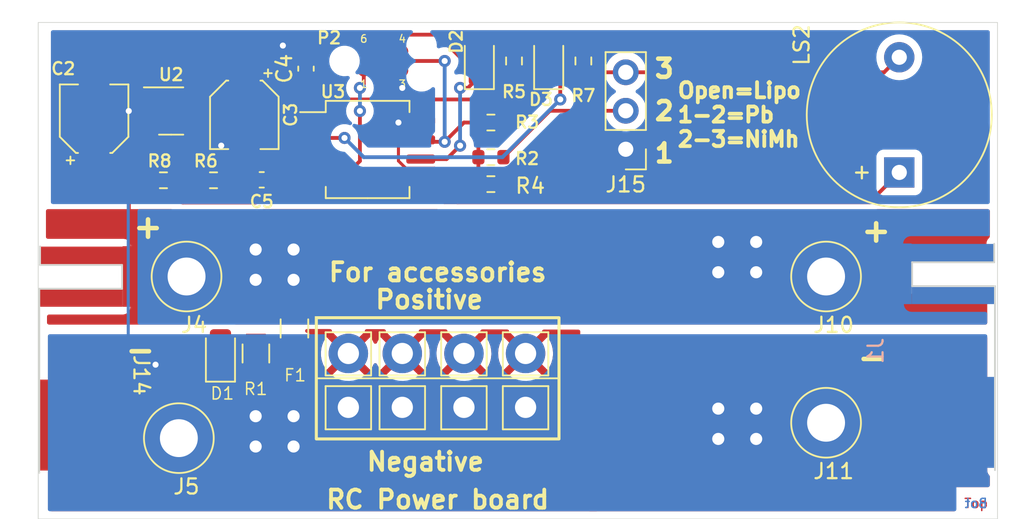
<source format=kicad_pcb>
(kicad_pcb (version 20221018) (generator pcbnew)
  (layers (0 "F.Cu" signal) (31 "B.Cu" signal) (34 "B.Paste" user) (35 "F.Paste" user) (36 "B.SilkS" user "B.Silkscreen") (37 "F.SilkS" user "F.Silkscreen") (38 "B.Mask" user) (39 "F.Mask" user) (44 "Edge.Cuts" user))
  (net 0 "")
  (net 1 "/VBAT+")
  (net 2 "/VBAT-")
  (net 3 "Net-(D1-Pad2)")
  (net 4 "/MICRO_+5V")
  (net 5 "Net-(D2-Pad1)")
  (net 6 "Net-(D2-Pad2)")
  (net 7 "Net-(D3-Pad1)")
  (net 8 "Net-(D3-Pad2)")
  (net 9 "/VBAT_FUSED")
  (net 10 "Net-(J15-Pad2)")
  (net 11 "Net-(P2-Pad1)")
  (net 12 "Net-(P2-Pad4)")
  (net 14 "/Vbat_mon")
  (net 16 "Net-(LS2-Pad1)")
  (footprint "Connector_Pin:Pin_D1.4mm_L8.5mm_W2.8mm_FlatFork" (layer "F.Cu") (at 134.112 86.36)
    (fp_text reference "J2" hide)
    (fp_text value "CONN_01POGOPIN_HOLE_LARGE")
    (fp_line (start -1.5 -1.4) (end -1.5 1.45) (stroke (width 0.12)) (layer "F.SilkS"))
    (fp_line (start -1.5 -1.4) (end 1.5 -1.4) (stroke (width 0.12)) (layer "F.SilkS"))
    (fp_line (start -1.5 1.45) (end 1.5 1.45) (stroke (width 0.12)) (layer "F.SilkS"))
    (fp_line (start 1.5 -1.4) (end 1.5 1.45) (stroke (width 0.12)) (layer "F.SilkS"))
    (pad "1" thru_hole circle (at 0 0) (size 2.6 2.6) (drill 1.4) (layers "*.Cu" "*.Mask") (net 9 "/VBAT_FUSED"))
  )
  (footprint "Connector_Pin:Pin_D1.4mm_L8.5mm_W2.8mm_FlatFork" (layer "F.Cu") (at 137.668 86.36)
    (fp_text reference "J3" hide)
    (fp_text value "CONN_01POGOPIN_HOLE_LARGE")
    (fp_line (start -1.5 -1.4) (end -1.5 1.45) (stroke (width 0.12)) (layer "F.SilkS"))
    (fp_line (start -1.5 -1.4) (end 1.5 -1.4) (stroke (width 0.12)) (layer "F.SilkS"))
    (fp_line (start -1.5 1.45) (end 1.5 1.45) (stroke (width 0.12)) (layer "F.SilkS"))
    (fp_line (start 1.5 -1.4) (end 1.5 1.45) (stroke (width 0.12)) (layer "F.SilkS"))
    (pad "1" thru_hole circle (at 0 0) (size 2.6 2.6) (drill 1.4) (layers "*.Cu" "*.Mask") (net 9 "/VBAT_FUSED"))
  )
  (footprint "TestPoint:TestPoint_Loop_D3.80mm_Drill2.5mm" (layer "F.Cu") (at 123.444 81.28)
    (fp_text reference "J4" (at 0.5 3.2) (layer "F.SilkS"))
    (fp_text value "CONN_01POGOPIN_HOLE_LARGE")
    (fp_circle (center 0 0) (end 2.3 0) (stroke (width 0.12)) (fill none) (layer "F.SilkS"))
    (pad "1" thru_hole circle (at 0 0) (size 4 4) (drill 2.5) (layers "*.Cu" "*.Mask") (net 1 "/VBAT+"))
  )
  (footprint "TestPoint:TestPoint_Loop_D3.80mm_Drill2.5mm" (layer "F.Cu") (at 122.936 91.948)
    (fp_text reference "J5" (at 0.5 3.2) (layer "F.SilkS"))
    (fp_text value "CONN_01POGOPIN_HOLE_LARGE")
    (fp_circle (center 0 0) (end 2.3 0) (stroke (width 0.12)) (fill none) (layer "F.SilkS"))
    (pad "1" thru_hole circle (at 0 0) (size 4 4) (drill 2.5) (layers "*.Cu" "*.Mask") (net 2 "/VBAT-"))
  )
  (footprint "Connector_Pin:Pin_D1.4mm_L8.5mm_W2.8mm_FlatFork" (layer "F.Cu") (at 134.112 89.916)
    (fp_text reference "J6" hide)
    (fp_text value "CONN_01POGOPIN_HOLE_LARGE")
    (fp_line (start -1.5 -1.4) (end -1.5 1.45) (stroke (width 0.12)) (layer "F.SilkS"))
    (fp_line (start -1.5 -1.4) (end 1.5 -1.4) (stroke (width 0.12)) (layer "F.SilkS"))
    (fp_line (start -1.5 1.45) (end 1.5 1.45) (stroke (width 0.12)) (layer "F.SilkS"))
    (fp_line (start 1.5 -1.4) (end 1.5 1.45) (stroke (width 0.12)) (layer "F.SilkS"))
    (pad "1" thru_hole circle (at 0 0) (size 2.6 2.6) (drill 1.4) (layers "*.Cu" "*.Mask") (net 2 "/VBAT-"))
  )
  (footprint "Connector_Pin:Pin_D1.4mm_L8.5mm_W2.8mm_FlatFork" (layer "F.Cu") (at 137.668 89.916)
    (fp_text reference "J7" hide)
    (fp_text value "CONN_01POGOPIN_HOLE_LARGE")
    (fp_line (start -1.5 -1.4) (end -1.5 1.45) (stroke (width 0.12)) (layer "F.SilkS"))
    (fp_line (start -1.5 -1.4) (end 1.5 -1.4) (stroke (width 0.12)) (layer "F.SilkS"))
    (fp_line (start -1.5 1.45) (end 1.5 1.45) (stroke (width 0.12)) (layer "F.SilkS"))
    (fp_line (start 1.5 -1.4) (end 1.5 1.45) (stroke (width 0.12)) (layer "F.SilkS"))
    (pad "1" thru_hole circle (at 0 0) (size 2.6 2.6) (drill 1.4) (layers "*.Cu" "*.Mask") (net 2 "/VBAT-"))
  )
  (footprint "Connector_Pin:Pin_D1.4mm_L8.5mm_W2.8mm_FlatFork" (layer "F.Cu") (at 141.732 86.36)
    (fp_text reference "J8" hide)
    (fp_text value "CONN_01POGOPIN_HOLE_LARGE")
    (fp_line (start -1.5 -1.4) (end -1.5 1.45) (stroke (width 0.12)) (layer "F.SilkS"))
    (fp_line (start -1.5 -1.4) (end 1.5 -1.4) (stroke (width 0.12)) (layer "F.SilkS"))
    (fp_line (start -1.5 1.45) (end 1.5 1.45) (stroke (width 0.12)) (layer "F.SilkS"))
    (fp_line (start 1.5 -1.4) (end 1.5 1.45) (stroke (width 0.12)) (layer "F.SilkS"))
    (pad "1" thru_hole circle (at 0 0) (size 2.6 2.6) (drill 1.4) (layers "*.Cu" "*.Mask") (net 9 "/VBAT_FUSED"))
  )
  (footprint "Connector_Pin:Pin_D1.4mm_L8.5mm_W2.8mm_FlatFork" (layer "F.Cu") (at 145.796 86.36)
    (fp_text reference "J9" hide)
    (fp_text value "CONN_01POGOPIN_HOLE_LARGE")
    (fp_line (start -1.5 -1.4) (end -1.5 1.45) (stroke (width 0.12)) (layer "F.SilkS"))
    (fp_line (start -1.5 -1.4) (end 1.5 -1.4) (stroke (width 0.12)) (layer "F.SilkS"))
    (fp_line (start -1.5 1.45) (end 1.5 1.45) (stroke (width 0.12)) (layer "F.SilkS"))
    (fp_line (start 1.5 -1.4) (end 1.5 1.45) (stroke (width 0.12)) (layer "F.SilkS"))
    (pad "1" thru_hole circle (at 0 0) (size 2.6 2.6) (drill 1.4) (layers "*.Cu" "*.Mask") (net 9 "/VBAT_FUSED"))
  )
  (footprint "TestPoint:TestPoint_Loop_D3.80mm_Drill2.5mm" (layer "F.Cu") (at 165.608 81.28)
    (fp_text reference "J10" (at 0.5 3.2) (layer "F.SilkS"))
    (fp_text value "CONN_01POGOPIN_HOLE_LARGE")
    (fp_circle (center 0 0) (end 2.3 0) (stroke (width 0.12)) (fill none) (layer "F.SilkS"))
    (pad "1" thru_hole circle (at 0 0) (size 4 4) (drill 2.5) (layers "*.Cu" "*.Mask") (net 1 "/VBAT+"))
  )
  (footprint "TestPoint:TestPoint_Loop_D3.80mm_Drill2.5mm" (layer "F.Cu") (at 165.608 90.932)
    (fp_text reference "J11" (at 0.5 3.2) (layer "F.SilkS"))
    (fp_text value "CONN_01POGOPIN_HOLE_LARGE")
    (fp_circle (center 0 0) (end 2.3 0) (stroke (width 0.12)) (fill none) (layer "F.SilkS"))
    (pad "1" thru_hole circle (at 0 0) (size 4 4) (drill 2.5) (layers "*.Cu" "*.Mask") (net 2 "/VBAT-"))
  )
  (footprint "Connector_Pin:Pin_D1.4mm_L8.5mm_W2.8mm_FlatFork" (layer "F.Cu") (at 141.732 89.916)
    (fp_text reference "J12" hide)
    (fp_text value "CONN_01POGOPIN_HOLE_LARGE")
    (fp_line (start -1.5 -1.4) (end -1.5 1.45) (stroke (width 0.12)) (layer "F.SilkS"))
    (fp_line (start -1.5 -1.4) (end 1.5 -1.4) (stroke (width 0.12)) (layer "F.SilkS"))
    (fp_line (start -1.5 1.45) (end 1.5 1.45) (stroke (width 0.12)) (layer "F.SilkS"))
    (fp_line (start 1.5 -1.4) (end 1.5 1.45) (stroke (width 0.12)) (layer "F.SilkS"))
    (pad "1" thru_hole circle (at 0 0) (size 2.6 2.6) (drill 1.4) (layers "*.Cu" "*.Mask") (net 2 "/VBAT-"))
  )
  (footprint "Connector_Pin:Pin_D1.4mm_L8.5mm_W2.8mm_FlatFork" (layer "F.Cu") (at 145.796 89.916)
    (fp_text reference "J13" hide)
    (fp_text value "CONN_01POGOPIN_HOLE_LARGE")
    (fp_line (start -1.5 -1.4) (end -1.5 1.45) (stroke (width 0.12)) (layer "F.SilkS"))
    (fp_line (start -1.5 -1.4) (end 1.5 -1.4) (stroke (width 0.12)) (layer "F.SilkS"))
    (fp_line (start -1.5 1.45) (end 1.5 1.45) (stroke (width 0.12)) (layer "F.SilkS"))
    (fp_line (start 1.5 -1.4) (end 1.5 1.45) (stroke (width 0.12)) (layer "F.SilkS"))
    (pad "1" thru_hole circle (at 0 0) (size 2.6 2.6) (drill 1.4) (layers "*.Cu" "*.Mask") (net 2 "/VBAT-"))
  )
  (footprint "Resistors_SMD:R_0805" (layer "F.Cu") (at 128.016 86.36 90)
    (fp_text reference "R1" (at -2.34 -0.016 180) (layer "F.SilkS") (effects (font (size 0.8 0.8) (thickness 0.1))))
    (fp_text value "2k2")
    (fp_line (start -0.6 -0.88) (end 0.6 -0.88) (stroke (width 0.12)) (layer "F.SilkS"))
    (fp_line (start 0.6 0.88) (end -0.6 0.88) (stroke (width 0.12)) (layer "F.SilkS"))
    (pad "1" smd rect (at -0.95 0 90) (size 0.7 1.3) (layers "F.Cu" "F.Paste" "F.Mask") (net 9 "/VBAT_FUSED"))
    (pad "2" smd rect (at 0.95 0 90) (size 0.7 1.3) (layers "F.Cu" "F.Paste" "F.Mask") (net 3 "Net-(D1-Pad2)"))
  )
  (footprint "LED_SMD:LED_0805_2012Metric_Pad1.15x1.40mm_HandSolder" (layer "F.Cu") (at 147.32 67.056 90)
    (fp_text reference "D3" (at -2.54 -0.508 180) (layer "F.SilkS") (effects (font (size 0.8 0.8))))
    (fp_text value "LED")
    (fp_line (start -1.86 -0.96) (end -1.86 0.96) (stroke (width 0.12)) (layer "F.SilkS"))
    (fp_line (start -1.86 0.96) (end 1 0.96) (stroke (width 0.12)) (layer "F.SilkS"))
    (fp_line (start 1 -0.96) (end -1.86 -0.96) (stroke (width 0.12)) (layer "F.SilkS"))
    (pad "1" smd roundrect (at -1.025 0 90) (size 1.15 1.4) (layers "F.Cu" "F.Paste" "F.Mask") (roundrect_rratio 0.2173913043) (net 7 "Net-(D3-Pad1)"))
    (pad "2" smd roundrect (at 1.025 0 90) (size 1.15 1.4) (layers "F.Cu" "F.Paste" "F.Mask") (roundrect_rratio 0.2173913043) (net 8 "Net-(D3-Pad2)"))
  )
  (footprint "Capacitor_SMD:CP_Elec_4x5.4" (layer "F.Cu") (at 127.254 70.612 -90)
    (fp_text reference "C3" (at 0 -3.048 90) (layer "F.SilkS") (effects (font (size 0.8 0.8))))
    (fp_text value "4.7uF")
    (fp_line (start -3 -1.56) (end -2.5 -1.56) (stroke (width 0.12)) (layer "F.SilkS"))
    (fp_line (start -2.75 -1.81) (end -2.75 -1.31) (stroke (width 0.12)) (layer "F.SilkS"))
    (fp_line (start -2.26 -1.195563) (end -2.26 -1.06) (stroke (width 0.12)) (layer "F.SilkS"))
    (fp_line (start -2.26 -1.195563) (end -1.195563 -2.26) (stroke (width 0.12)) (layer "F.SilkS"))
    (fp_line (start -2.26 1.195563) (end -2.26 1.06) (stroke (width 0.12)) (layer "F.SilkS"))
    (fp_line (start -2.26 1.195563) (end -1.195563 2.26) (stroke (width 0.12)) (layer "F.SilkS"))
    (fp_line (start -1.195563 -2.26) (end 2.26 -2.26) (stroke (width 0.12)) (layer "F.SilkS"))
    (fp_line (start -1.195563 2.26) (end 2.26 2.26) (stroke (width 0.12)) (layer "F.SilkS"))
    (fp_line (start 2.26 -2.26) (end 2.26 -1.06) (stroke (width 0.12)) (layer "F.SilkS"))
    (fp_line (start 2.26 2.26) (end 2.26 1.06) (stroke (width 0.12)) (layer "F.SilkS"))
    (pad "1" smd roundrect (at -1.8 0 270) (size 2.6 1.6) (layers "F.Cu" "F.Paste" "F.Mask") (roundrect_rratio 0.15625) (net 4 "/MICRO_+5V"))
    (pad "2" smd roundrect (at 1.8 0 270) (size 2.6 1.6) (layers "F.Cu" "F.Paste" "F.Mask") (roundrect_rratio 0.15625) (net 2 "/VBAT-"))
  )
  (footprint "Resistor_SMD:R_0603_1608Metric" (layer "F.Cu") (at 121.92 74.93 180)
    (fp_text reference "R8" (at 0.254 1.27) (layer "F.SilkS") (effects (font (size 0.8 0.8))))
    (fp_text value "22K")
    (fp_line (start -0.237258 -0.5225) (end 0.237258 -0.5225) (stroke (width 0.12)) (layer "F.SilkS"))
    (fp_line (start -0.237258 0.5225) (end 0.237258 0.5225) (stroke (width 0.12)) (layer "F.SilkS"))
    (pad "1" smd roundrect (at -0.825 0 180) (size 0.8 0.95) (layers "F.Cu" "F.Paste" "F.Mask") (net 14 "/Vbat_mon"))
    (pad "2" smd roundrect (at 0.825 0 180) (size 0.8 0.95) (layers "F.Cu" "F.Paste" "F.Mask") (net 1 "/VBAT+"))
  )
  (footprint "Capacitor_SMD:C_0603_1608Metric" (layer "F.Cu") (at 131.318 67.564 90)
    (fp_text reference "C4" (at 0 -1.43 90) (layer "F.SilkS"))
    (fp_text value "100n")
    (fp_line (start -0.14058 -0.51) (end 0.14058 -0.51) (stroke (width 0.12)) (layer "F.SilkS"))
    (fp_line (start -0.14058 0.51) (end 0.14058 0.51) (stroke (width 0.12)) (layer "F.SilkS"))
    (pad "1" smd roundrect (at -0.775 0 90) (size 0.9 0.95) (layers "F.Cu" "F.Paste" "F.Mask") (net 4 "/MICRO_+5V"))
    (pad "2" smd roundrect (at 0.775 0 90) (size 0.9 0.95) (layers "F.Cu" "F.Paste" "F.Mask") (net 2 "/VBAT-"))
  )
  (footprint "Resistor_SMD:R_0603_1608Metric" (layer "F.Cu") (at 143.51 71.12)
    (fp_text reference "R3" (at 2.39 -0.02) (layer "F.SilkS") (effects (font (size 0.8 0.8))))
    (fp_text value "10K")
    (fp_line (start -0.237258 -0.5225) (end 0.237258 -0.5225) (stroke (width 0.12)) (layer "F.SilkS"))
    (fp_line (start -0.237258 0.5225) (end 0.237258 0.5225) (stroke (width 0.12)) (layer "F.SilkS"))
    (pad "1" smd roundrect (at -0.825 0) (size 0.8 0.95) (layers "F.Cu" "F.Paste" "F.Mask") (net 12 "Net-(P2-Pad4)"))
    (pad "2" smd roundrect (at 0.825 0) (size 0.8 0.95) (layers "F.Cu" "F.Paste" "F.Mask") (net 4 "/MICRO_+5V"))
  )
  (footprint "LED_SMD:LED_0805_2012Metric_Pad1.15x1.40mm_HandSolder" (layer "F.Cu") (at 142.748 67.056 90)
    (fp_text reference "D2" (at 1.27 -1.524 90) (layer "F.SilkS") (effects (font (size 0.8 0.8))))
    (fp_text value "LED")
    (fp_line (start -1.86 -0.96) (end -1.86 0.96) (stroke (width 0.12)) (layer "F.SilkS"))
    (fp_line (start -1.86 0.96) (end 1 0.96) (stroke (width 0.12)) (layer "F.SilkS"))
    (fp_line (start 1 -0.96) (end -1.86 -0.96) (stroke (width 0.12)) (layer "F.SilkS"))
    (pad "1" smd roundrect (at -1.025 0 90) (size 1.15 1.4) (layers "F.Cu" "F.Paste" "F.Mask") (roundrect_rratio 0.2173913043) (net 5 "Net-(D2-Pad1)"))
    (pad "2" smd roundrect (at 1.025 0 90) (size 1.15 1.4) (layers "F.Cu" "F.Paste" "F.Mask") (roundrect_rratio 0.2173913043) (net 6 "Net-(D2-Pad2)"))
  )
  (footprint "Resistor_SMD:R_0603_1608Metric" (layer "F.Cu") (at 149.606 67.056 90)
    (fp_text reference "R7" (at -2.286 0 180) (layer "F.SilkS") (effects (font (size 0.8 0.8))))
    (fp_text value "2k2")
    (fp_line (start -0.237258 -0.5225) (end 0.237258 -0.5225) (stroke (width 0.12)) (layer "F.SilkS"))
    (fp_line (start -0.237258 0.5225) (end 0.237258 0.5225) (stroke (width 0.12)) (layer "F.SilkS"))
    (pad "1" smd roundrect (at -0.825 0 90) (size 0.8 0.95) (layers "F.Cu" "F.Paste" "F.Mask") (net 4 "/MICRO_+5V"))
    (pad "2" smd roundrect (at 0.825 0 90) (size 0.8 0.95) (layers "F.Cu" "F.Paste" "F.Mask") (net 8 "Net-(D3-Pad2)"))
  )
  (footprint "Resistor_SMD:R_0603_1608Metric" (layer "F.Cu") (at 143.51 75.184 180)
    (fp_text reference "R4" (at -2.59 -0.116) (layer "F.SilkS"))
    (fp_text value "10K")
    (fp_line (start -0.237258 -0.5225) (end 0.237258 -0.5225) (stroke (width 0.12)) (layer "F.SilkS"))
    (fp_line (start -0.237258 0.5225) (end 0.237258 0.5225) (stroke (width 0.12)) (layer "F.SilkS"))
    (pad "1" smd roundrect (at -0.825 0 180) (size 0.8 0.95) (layers "F.Cu" "F.Paste" "F.Mask") (net 2 "/VBAT-"))
    (pad "2" smd roundrect (at 0.825 0 180) (size 0.8 0.95) (layers "F.Cu" "F.Paste" "F.Mask") (net 12 "Net-(P2-Pad4)"))
  )
  (footprint "Capacitor_SMD:CP_Elec_4x5.4" (layer "F.Cu") (at 117.348 70.866 90)
    (fp_text reference "C2" (at 3.302 -2.032 180) (layer "F.SilkS") (effects (font (size 0.8 0.8))))
    (fp_text value "1uF")
    (fp_line (start -3 -1.56) (end -2.5 -1.56) (stroke (width 0.12)) (layer "F.SilkS"))
    (fp_line (start -2.75 -1.81) (end -2.75 -1.31) (stroke (width 0.12)) (layer "F.SilkS"))
    (fp_line (start -2.26 -1.195563) (end -2.26 -1.06) (stroke (width 0.12)) (layer "F.SilkS"))
    (fp_line (start -2.26 -1.195563) (end -1.195563 -2.26) (stroke (width 0.12)) (layer "F.SilkS"))
    (fp_line (start -2.26 1.195563) (end -2.26 1.06) (stroke (width 0.12)) (layer "F.SilkS"))
    (fp_line (start -2.26 1.195563) (end -1.195563 2.26) (stroke (width 0.12)) (layer "F.SilkS"))
    (fp_line (start -1.195563 -2.26) (end 2.26 -2.26) (stroke (width 0.12)) (layer "F.SilkS"))
    (fp_line (start -1.195563 2.26) (end 2.26 2.26) (stroke (width 0.12)) (layer "F.SilkS"))
    (fp_line (start 2.26 -2.26) (end 2.26 -1.06) (stroke (width 0.12)) (layer "F.SilkS"))
    (fp_line (start 2.26 2.26) (end 2.26 1.06) (stroke (width 0.12)) (layer "F.SilkS"))
    (pad "1" smd roundrect (at -1.8 0 90) (size 2.6 1.6) (layers "F.Cu" "F.Paste" "F.Mask") (roundrect_rratio 0.15625) (net 1 "/VBAT+"))
    (pad "2" smd roundrect (at 1.8 0 90) (size 2.6 1.6) (layers "F.Cu" "F.Paste" "F.Mask") (roundrect_rratio 0.15625) (net 2 "/VBAT-"))
  )
  (footprint "Package_SO:SO-8_5.3x6.2mm_P1.27mm" (layer "F.Cu") (at 135.382 72.898)
    (fp_text reference "U3" (at -2.286 -3.81) (layer "F.SilkS") (effects (font (size 0.8 0.8))))
    (fp_text value "PIC12F683-ISN")
    (fp_line (start -2.76 -3.21) (end -2.76 -2.465) (stroke (width 0.12)) (layer "F.SilkS"))
    (fp_line (start -2.76 -2.465) (end -4.45 -2.465) (stroke (width 0.12)) (layer "F.SilkS"))
    (fp_line (start -2.76 3.21) (end -2.76 2.465) (stroke (width 0.12)) (layer "F.SilkS"))
    (fp_line (start 0 -3.21) (end -2.76 -3.21) (stroke (width 0.12)) (layer "F.SilkS"))
    (fp_line (start 0 -3.21) (end 2.76 -3.21) (stroke (width 0.12)) (layer "F.SilkS"))
    (fp_line (start 0 3.21) (end -2.76 3.21) (stroke (width 0.12)) (layer "F.SilkS"))
    (fp_line (start 0 3.21) (end 2.76 3.21) (stroke (width 0.12)) (layer "F.SilkS"))
    (fp_line (start 2.76 -3.21) (end 2.76 -2.465) (stroke (width 0.12)) (layer "F.SilkS"))
    (fp_line (start 2.76 3.21) (end 2.76 2.465) (stroke (width 0.12)) (layer "F.SilkS"))
    (pad "1" smd roundrect (at -3.5 -1.905) (size 1.9 0.6) (layers "F.Cu" "F.Paste" "F.Mask") (net 4 "/MICRO_+5V"))
    (pad "2" smd roundrect (at -3.5 -0.635) (size 1.9 0.6) (layers "F.Cu" "F.Paste" "F.Mask") (net 7 "Net-(D3-Pad1)"))
    (pad "3" smd roundrect (at -3.5 0.635) (size 1.9 0.6) (layers "F.Cu" "F.Paste" "F.Mask") (net 14 "/Vbat_mon"))
    (pad "4" smd roundrect (at -3.5 1.905) (size 1.9 0.6) (layers "F.Cu" "F.Paste" "F.Mask") (net 11 "Net-(P2-Pad1)"))
    (pad "5" smd roundrect (at 3.5 1.905) (size 1.9 0.6) (layers "F.Cu" "F.Paste" "F.Mask") (net 16 "Net-(LS2-Pad1)"))
    (pad "6" smd roundrect (at 3.5 0.635) (size 1.9 0.6) (layers "F.Cu" "F.Paste" "F.Mask") (net 5 "Net-(D2-Pad1)"))
    (pad "7" smd roundrect (at 3.5 -0.635) (size 1.9 0.6) (layers "F.Cu" "F.Paste" "F.Mask") (net 12 "Net-(P2-Pad4)"))
    (pad "8" smd roundrect (at 3.5 -1.905) (size 1.9 0.6) (layers "F.Cu" "F.Paste" "F.Mask") (net 2 "/VBAT-"))
  )
  (footprint "Resistor_SMD:R_0603_1608Metric" (layer "F.Cu") (at 145.034 67.056 90)
    (fp_text reference "R5" (at -2.032 0 180) (layer "F.SilkS") (effects (font (size 0.8 0.8))))
    (fp_text value "2k2")
    (fp_line (start -0.237258 -0.5225) (end 0.237258 -0.5225) (stroke (width 0.12)) (layer "F.SilkS"))
    (fp_line (start -0.237258 0.5225) (end 0.237258 0.5225) (stroke (width 0.12)) (layer "F.SilkS"))
    (pad "1" smd roundrect (at -0.825 0 90) (size 0.8 0.95) (layers "F.Cu" "F.Paste" "F.Mask") (net 4 "/MICRO_+5V"))
    (pad "2" smd roundrect (at 0.825 0 90) (size 0.8 0.95) (layers "F.Cu" "F.Paste" "F.Mask") (net 6 "Net-(D2-Pad2)"))
  )
  (footprint "LED_SMD:LED_0805_2012Metric_Pad1.15x1.40mm_HandSolder" (layer "F.Cu") (at 125.6792 86.36 90)
    (fp_text reference "D1" (at -2.64 0.1208 180) (layer "F.SilkS") (effects (font (size 0.8 0.8) (thickness 0.1))))
    (fp_text value "LED")
    (fp_line (start -1.86 -0.96) (end -1.86 0.96) (stroke (width 0.12)) (layer "F.SilkS"))
    (fp_line (start -1.86 0.96) (end 1 0.96) (stroke (width 0.12)) (layer "F.SilkS"))
    (fp_line (start 1 -0.96) (end -1.86 -0.96) (stroke (width 0.12)) (layer "F.SilkS"))
    (pad "1" smd roundrect (at -1.025 0 90) (size 1.15 1.4) (layers "F.Cu" "F.Paste" "F.Mask") (roundrect_rratio 0.2173913043) (net 2 "/VBAT-"))
    (pad "2" smd roundrect (at 1.025 0 90) (size 1.15 1.4) (layers "F.Cu" "F.Paste" "F.Mask") (roundrect_rratio 0.2173913043) (net 3 "Net-(D1-Pad2)"))
  )
  (footprint "Misc:TC2030-IDC-NL" (layer "F.Cu") (at 136.398 67.056)
    (fp_text reference "P2" (at -3.556 -1.524) (layer "F.SilkS") (effects (font (size 0.8 0.8))))
    (fp_text value "TC2030-MCP")
    (fp_text user "4" (at 1.27 -1.4605) (layer "F.SilkS") (effects (font (size 0.5 0.5) (thickness 0.08))))
    (fp_text user "6" (at -1.27 -1.4605) (layer "F.SilkS") (effects (font (size 0.5 0.5) (thickness 0.08))))
    (fp_text user "1" (at -1.27 1.524) (layer "F.SilkS") (effects (font (size 0.5 0.5) (thickness 0.08))))
    (fp_text user "3" (at 1.27 1.524) (layer "F.SilkS") (effects (font (size 0.5 0.5) (thickness 0.08))))
    (pad "" np_thru_hole circle (at -2.54 0) (size 0.991 0.991) (drill 0.991) (layers "*.Cu" "*.Mask"))
    (pad "" np_thru_hole circle (at 2.54 -1.015) (size 0.991 0.991) (drill 0.991) (layers "*.Cu" "*.Mask"))
    (pad "" np_thru_hole circle (at 2.54 1.015) (size 0.991 0.991) (drill 0.991) (layers "*.Cu" "*.Mask"))
    (pad "1" smd circle (at -1.27 0.635) (size 0.787 0.787) (layers "F.Cu" "F.Mask") (net 11 "Net-(P2-Pad1)"))
    (pad "2" smd circle (at 0 0.635) (size 0.787 0.787) (layers "F.Cu" "F.Mask") (net 4 "/MICRO_+5V"))
    (pad "3" smd circle (at 1.27 0.635) (size 0.787 0.787) (layers "F.Cu" "F.Mask") (net 2 "/VBAT-"))
    (pad "4" smd circle (at 1.27 -0.635) (size 0.787 0.787) (layers "F.Cu" "F.Mask") (net 12 "Net-(P2-Pad4)"))
    (pad "5" smd circle (at 0 -0.635) (size 0.787 0.787) (layers "F.Cu" "F.Mask") (net 5 "Net-(D2-Pad1)"))
    (pad "6" smd circle (at -1.27 -0.635) (size 0.787 0.787) (layers "F.Cu" "F.Mask"))
  )
  (footprint "Capacitor_SMD:C_0603_1608Metric" (layer "F.Cu") (at 128.4 74.9 180)
    (fp_text reference "C5" (at 0 -1.43) (layer "F.SilkS") (effects (font (size 0.8 0.8))))
    (fp_text value "100p")
    (fp_line (start -0.14058 -0.51) (end 0.14058 -0.51) (stroke (width 0.12)) (layer "F.SilkS"))
    (fp_line (start -0.14058 0.51) (end 0.14058 0.51) (stroke (width 0.12)) (layer "F.SilkS"))
    (pad "1" smd roundrect (at -0.775 0 180) (size 0.9 0.95) (layers "F.Cu" "F.Paste" "F.Mask") (net 14 "/Vbat_mon"))
    (pad "2" smd roundrect (at 0.775 0 180) (size 0.9 0.95) (layers "F.Cu" "F.Paste" "F.Mask") (net 2 "/VBAT-"))
  )
  (footprint "Resistor_SMD:R_0603_1608Metric" (layer "F.Cu") (at 143.51 73.406)
    (fp_text reference "R2" (at 2.39 0.094) (layer "F.SilkS") (effects (font (size 0.8 0.8))))
    (fp_text value "1K")
    (fp_line (start -0.237258 -0.5225) (end 0.237258 -0.5225) (stroke (width 0.12)) (layer "F.SilkS"))
    (fp_line (start -0.237258 0.5225) (end 0.237258 0.5225) (stroke (width 0.12)) (layer "F.SilkS"))
    (pad "1" smd roundrect (at -0.825 0) (size 0.8 0.95) (layers "F.Cu" "F.Paste" "F.Mask") (net 12 "Net-(P2-Pad4)"))
    (pad "2" smd roundrect (at 0.825 0) (size 0.8 0.95) (layers "F.Cu" "F.Paste" "F.Mask") (net 10 "Net-(J15-Pad2)"))
  )
  (footprint "Package_TO_SOT_SMD:SOT-23-5" (layer "F.Cu") (at 122.428 70.358)
    (fp_text reference "U2" (at 0 -2.4) (layer "F.SilkS") (effects (font (size 0.8 0.8))))
    (fp_text value "MIC5205-5.0YM5")
    (fp_line (start 0 -1.56) (end -1.8 -1.56) (stroke (width 0.12)) (layer "F.SilkS"))
    (fp_line (start 0 -1.56) (end 0.8 -1.56) (stroke (width 0.12)) (layer "F.SilkS"))
    (fp_line (start 0 1.56) (end -0.8 1.56) (stroke (width 0.12)) (layer "F.SilkS"))
    (fp_line (start 0 1.56) (end 0.8 1.56) (stroke (width 0.12)) (layer "F.SilkS"))
    (pad "1" smd roundrect (at -1.1375 -0.95) (size 1.325 0.6) (layers "F.Cu" "F.Paste" "F.Mask") (net 1 "/VBAT+"))
    (pad "2" smd roundrect (at -1.1375 0) (size 1.325 0.6) (layers "F.Cu" "F.Paste" "F.Mask") (net 2 "/VBAT-"))
    (pad "3" smd roundrect (at -1.1375 0.95) (size 1.325 0.6) (layers "F.Cu" "F.Paste" "F.Mask") (net 1 "/VBAT+"))
    (pad "4" smd roundrect (at 1.1375 0.95) (size 1.325 0.6) (layers "F.Cu" "F.Paste" "F.Mask"))
    (pad "5" smd roundrect (at 1.1375 -0.95) (size 1.325 0.6) (layers "F.Cu" "F.Paste" "F.Mask") (net 4 "/MICRO_+5V"))
  )
  (footprint "Resistor_SMD:R_0603_1608Metric" (layer "F.Cu") (at 125.222 74.93 180)
    (fp_text reference "R6" (at 0.508 1.27) (layer "F.SilkS") (effects (font (size 0.8 0.8))))
    (fp_text value "10K")
    (fp_line (start -0.237258 -0.5225) (end 0.237258 -0.5225) (stroke (width 0.12)) (layer "F.SilkS"))
    (fp_line (start -0.237258 0.5225) (end 0.237258 0.5225) (stroke (width 0.12)) (layer "F.SilkS"))
    (pad "1" smd roundrect (at -0.825 0 180) (size 0.8 0.95) (layers "F.Cu" "F.Paste" "F.Mask") (net 2 "/VBAT-"))
    (pad "2" smd roundrect (at 0.825 0 180) (size 0.8 0.95) (layers "F.Cu" "F.Paste" "F.Mask") (net 14 "/Vbat_mon"))
  )
  (footprint "Connector_PinHeader_2.54mm:PinHeader_1x03_P2.54mm_Vertical" (layer "F.Cu") (at 152.4 72.883 180)
    (fp_text reference "J15" (at 0 -2.33 180) (layer "F.SilkS"))
    (fp_text value "CONN_03")
    (fp_line (start -1.33 -1.33) (end 0 -1.33) (stroke (width 0.12)) (layer "F.SilkS"))
    (fp_line (start -1.33 0) (end -1.33 -1.33) (stroke (width 0.12)) (layer "F.SilkS"))
    (fp_line (start -1.33 1.27) (end -1.33 6.41) (stroke (width 0.12)) (layer "F.SilkS"))
    (fp_line (start -1.33 1.27) (end 1.33 1.27) (stroke (width 0.12)) (layer "F.SilkS"))
    (fp_line (start -1.33 6.41) (end 1.33 6.41) (stroke (width 0.12)) (layer "F.SilkS"))
    (fp_line (start 1.33 1.27) (end 1.33 6.41) (stroke (width 0.12)) (layer "F.SilkS"))
    (pad "1" thru_hole rect (at 0 0 180) (size 1.7 1.7) (drill 1) (layers "*.Cu" "*.Mask") (net 2 "/VBAT-"))
    (pad "2" thru_hole oval (at 0 2.54 180) (size 1.7 1.7) (drill 1) (layers "*.Cu" "*.Mask") (net 10 "Net-(J15-Pad2)"))
    (pad "3" thru_hole oval (at 0 5.08 180) (size 1.7 1.7) (drill 1) (layers "*.Cu" "*.Mask") (net 4 "/MICRO_+5V"))
  )
  (footprint "Fuse:Fuse_1206_3216Metric" (layer "F.Cu") (at 130.556 84.709 90)
    (fp_text reference "F1" (at -3.091 0.044 180) (layer "F.SilkS") (effects (font (size 0.8 0.8) (thickness 0.1))))
    (fp_text value "3.15A")
    (fp_line (start -0.602064 -0.91) (end 0.602064 -0.91) (stroke (width 0.12)) (layer "F.SilkS"))
    (fp_line (start -0.602064 0.91) (end 0.602064 0.91) (stroke (width 0.12)) (layer "F.SilkS"))
    (pad "1" smd roundrect (at -1.4 0 90) (size 1.25 1.75) (layers "F.Cu" "F.Paste" "F.Mask") (roundrect_rratio 0.2) (net 9 "/VBAT_FUSED"))
    (pad "2" smd roundrect (at 1.4 0 90) (size 1.25 1.75) (layers "F.Cu" "F.Paste" "F.Mask") (roundrect_rratio 0.2) (net 1 "/VBAT+"))
  )
  (footprint "Misc:Deans_PCB" (layer "F.Cu") (at 121.1 86.36 -90)
    (fp_text reference "J14" (at 1.44 0.636 -90 unlocked) (layer "F.SilkS"))
    (fp_text value "BATTERY_CONN_DEANS")
    (fp_line (start -7.0612 7.3152) (end -5.842 7.3152) (stroke (width 0.12)) (layer "Edge.Cuts"))
    (fp_line (start -5.842 1.905) (end -4.2672 1.905) (stroke (width 0.12)) (layer "Edge.Cuts"))
    (fp_line (start -5.842 7.3152) (end -5.842 1.905) (stroke (width 0.12)) (layer "Edge.Cuts"))
    (fp_line (start -4.2672 1.905) (end -4.2672 7.366) (stroke (width 0.12)) (layer "Edge.Cuts"))
    (fp_line (start -4.2672 7.366) (end -3.0988 7.366) (stroke (width 0.12)) (layer "Edge.Cuts"))
    (fp_line (start -3.0988 7.366) (end 7.874 7.366) (stroke (width 0.12)) (layer "Edge.Cuts"))
    (pad "+" smd custom (at -5.08 1.27 270) (size 4 1.2) (layers "F.Cu" "F.Paste" "F.Mask") (net 1 "/VBAT+") (options (clearance outline) (anchor rect)) (primitives))
    (pad "+A" connect custom (at -6.4516 4.572 270) (size 1.2 5.5) (layers "F.Cu" "F.Mask") (options (clearance outline) (anchor rect)) (primitives))
    (pad "+B" connect custom (at -3.683 4.6228 270) (size 1.2 5.5) (layers "F.Cu" "F.Mask") (options (clearance outline) (anchor rect)) (primitives))
    (pad "-" connect rect (at 4.7244 4.8514 270) (size 6 5) (layers "F.Cu" "F.Mask") (net 2 "/VBAT-"))
  )
  (footprint "Buzzer_Beeper:Buzzer_12x9.5RM7.6" (layer "F.Cu") (at 170.434 74.412 90)
    (fp_text reference "LS2" (at 8.412 -6.434 90) (layer "F.SilkS"))
    (fp_text value "BUZZER-PTH")
    (fp_text user "+" (at -0.01 -2.54 90) (layer "F.SilkS"))
    (fp_circle (center 3.8 0) (end 9.9 0) (stroke (width 0.12)) (fill none) (layer "F.SilkS"))
    (pad "1" thru_hole rect (at 0 0 90) (size 2 2) (drill 1) (layers "*.Cu" "*.Mask") (net 16 "Net-(LS2-Pad1)"))
    (pad "2" thru_hole circle (at 7.6 0 90) (size 2 2) (drill 1) (layers "*.Cu" "*.Mask") (net 4 "/MICRO_+5V"))
  )
  (footprint "Misc:Deans_PCB" (layer "B.Cu") (at 169.3772 86.183 -90)
    (fp_text reference "J1" (at 0 0.5 90 unlocked) (layer "B.SilkS") (effects (justify mirror)))
    (fp_text value "BATTERY_CONN_DEANS")
    (fp_line (start -7.0612 -7.3152) (end -5.842 -7.3152) (stroke (width 0.12)) (layer "Edge.Cuts"))
    (fp_line (start -5.842 -7.3152) (end -5.842 -1.905) (stroke (width 0.12)) (layer "Edge.Cuts"))
    (fp_line (start -5.842 -1.905) (end -4.2672 -1.905) (stroke (width 0.12)) (layer "Edge.Cuts"))
    (fp_line (start -4.2672 -7.366) (end -3.0988 -7.366) (stroke (width 0.12)) (layer "Edge.Cuts"))
    (fp_line (start -4.2672 -1.905) (end -4.2672 -7.366) (stroke (width 0.12)) (layer "Edge.Cuts"))
    (fp_line (start -3.0988 -7.366) (end 7.874 -7.366) (stroke (width 0.12)) (layer "Edge.Cuts"))
    (pad "+" smd custom (at -5.08 -1.27 270) (size 4 1.2) (layers "B.Cu" "B.Paste" "B.Mask") (net 1 "/VBAT+") (options (clearance outline) (anchor rect)) (primitives))
    (pad "+A" smd custom (at -6.4516 -4.572 270) (size 1.2 5.5) (layers "B.Cu" "B.Paste" "B.Mask") (options (clearance outline) (anchor rect)) (primitives))
    (pad "+B" smd custom (at -3.683 -4.6228 270) (size 1.2 5.5) (layers "B.Cu" "B.Paste" "B.Mask") (options (clearance outline) (anchor rect)) (primitives))
    (pad "-" connect rect (at 4.7244 -4.8514 270) (size 6 5) (layers "B.Cu" "B.Mask") (net 2 "/VBAT-"))
  )
  (gr_rect (start 148 92) (end 148 92) (stroke (width 0.12)) (fill none) (layer "F.SilkS"))
  (gr_rect (start 132 84) (end 148 92) (stroke (width 0.2)) (fill none) (layer "F.SilkS"))
  (gr_line (start 132 88) (end 148 88) (stroke (width 0.12)) (layer "F.SilkS"))
  (gr_rect (start 113.665 64.516) (end 176.911 97.282) (stroke (width 0.05)) (fill none) (layer "Edge.Cuts"))
  (gr_text "Top" (at 175.5 96.25) (layer "F.Cu") (effects (font (size 0.6 0.6) (thickness 0.1))))
  (gr_text "Bot" (at 175.5 96.25) (layer "B.Cu") (effects (font (size 0.6 0.6) (thickness 0.1)) (justify mirror)))
  (gr_text "+" (at 120.904 77.978) (layer "F.SilkS") (effects (font (size 1.5 1.5) (thickness 0.3))))
  (gr_text "RC Power board" (at 140 96) (layer "F.SilkS") (effects (font (size 1.2 1.2) (thickness 0.25))))
  (gr_text "3" (at 154.94 67.564) (layer "F.SilkS") (effects (font (size 1.2 1.2) (thickness 0.3))))
  (gr_text "1" (at 154.94 73.152) (layer "F.SilkS") (effects (font (size 1.2 1.2) (thickness 0.3))))
  (gr_text "2" (at 154.94 70.358) (layer "F.SilkS") (effects (font (size 1.2 1.2) (thickness 0.3))))
  (gr_text "Negative" (at 139.192 93.5) (layer "F.SilkS") (effects (font (size 1.2 1.2) (thickness 0.25))))
  (gr_text "Positive" (at 139.446 82.804) (layer "F.SilkS") (effects (font (size 1.2 1.2) (thickness 0.25))))
  (gr_text "For accessories" (at 140 81) (layer "F.SilkS") (effects (font (size 1.2 1.2) (thickness 0.25))))
  (gr_text "+" (at 168.91 78.232) (layer "F.SilkS") (effects (font (size 1.5 1.5) (thickness 0.3))))
  (gr_text "-" (at 120.396 86.106) (layer "F.SilkS") (effects (font (size 1.5 1.5) (thickness 0.3))))
  (gr_text "Open=Lipo\n1-2=Pb\n2-3=NiMh" (at 155.702 70.612) (layer "F.SilkS") (effects (font (size 1 1) (thickness 0.25)) (justify left)))
  (gr_text "-" (at 168.656 86.614) (layer "F.SilkS") (effects (font (size 1.5 1.5) (thickness 0.3))))
  (segment (start 121.041 74.984) (end 121.095 74.93) (width 0.2) (layer "F.Cu") (net 1))
  (segment (start 119.3485 67.466) (end 116.570183 67.466) (width 0.2) (layer "F.Cu") (net 1))
  (segment (start 116.570183 67.466) (end 116.248 67.788183) (width 0.2) (layer "F.Cu") (net 1))
  (segment (start 119.666 74.984) (end 117.348 72.666) (width 0.2) (layer "F.Cu") (net 1))
  (segment (start 122.253 69.959376) (end 122.253 71.041) (width 0.2) (layer "F.Cu") (net 1))
  (segment (start 121.986 71.308) (end 121.2905 71.308) (width 0.2) (layer "F.Cu") (net 1))
  (segment (start 119.666 81.28) (end 119.666 74.984) (width 0.2) (layer "F.Cu") (net 1))
  (segment (start 116.248 71.566) (end 117.348 72.666) (width 0.2) (layer "F.Cu") (net 1))
  (segment (start 121.701624 69.408) (end 122.253 69.959376) (width 0.2) (layer "F.Cu") (net 1))
  (segment (start 119.666 74.984) (end 121.041 74.984) (width 0.2) (layer "F.Cu") (net 1))
  (segment (start 121.2905 69.408) (end 121.701624 69.408) (width 0.2) (layer "F.Cu") (net 1))
  (segment (start 122.253 71.041) (end 121.986 71.308) (width 0.2) (layer "F.Cu") (net 1))
  (segment (start 116.248 67.788183) (end 116.248 71.566) (width 0.2) (layer "F.Cu") (net 1))
  (segment (start 121.2905 69.408) (end 119.3485 67.466) (width 0.2) (layer "F.Cu") (net 1))
  (via (at 128 79.5) (size 1.2) (drill 0.8) (layers "F.Cu" "B.Cu") (net 1))
  (via (at 130.5 81.5) (size 1.2) (drill 0.8) (layers "F.Cu" "B.Cu") (net 1))
  (via (at 130.5 79.5) (size 1.2) (drill 0.8) (layers "F.Cu" "B.Cu") (net 1))
  (via (at 158.5 79) (size 1.2) (drill 0.8) (layers "F.Cu" "B.Cu") (net 1))
  (via (at 161 79) (size 1.2) (drill 0.8) (layers "F.Cu" "B.Cu") (net 1))
  (via (at 128 81.5) (size 1.2) (drill 0.8) (layers "F.Cu" "B.Cu") (net 1))
  (via (at 161 81) (size 1.2) (drill 0.8) (layers "F.Cu" "B.Cu") (net 1))
  (via (at 158.5 81) (size 1.2) (drill 0.8) (layers "F.Cu" "B.Cu") (net 1))
  (segment (start 137.414 73.651396) (end 137.414 71.12) (width 0.2) (layer "F.Cu") (net 2))
  (segment (start 124.968 88.0962) (end 124.968 89.916) (width 0.2) (layer "F.Cu") (net 2))
  (segment (start 125.6792 87.385) (end 124.968 88.0962) (width 0.2) (layer "F.Cu") (net 2))
  (segment (start 130.368 66.614) (end 131.318 66.614) (width 0.2) (layer "F.Cu") (net 2))
  (segment (start 126.047 74.93) (end 126.047 72.961) (width 0.2) (layer "F.Cu") (net 2))
  (segment (start 125.4942 87.2) (end 125.3942 87.1) (width 0.2) (layer "F.Cu") (net 2))
  (segment (start 141.491 75.959) (end 141.491 75.825604) (width 0.2) (layer "F.Cu") (net 2))
  (segment (start 126.077 74.9) (end 126.047 74.93) (width 0.2) (layer "F.Cu") (net 2))
  (segment (start 137.541 70.993) (end 138.882 70.993) (width 0.2) (layer "F.Cu") (net 2))
  (segment (start 124.968 89.916) (end 122.936 91.948) (width 0.2) (layer "F.Cu") (net 2))
  (segment (start 137.668 67.691) (end 137.668 68.834) (width 0.2) (layer "F.Cu") (net 2))
  (segment (start 119.634 70.358) (end 118.64 70.358) (width 0.2) (layer "F.Cu") (net 2))
  (segment (start 137.895604 74.133) (end 137.414 73.651396) (width 0.2) (layer "F.Cu") (net 2))
  (segment (start 127.022 72.644) (end 125.73 72.644) (width 0.2) (layer "F.Cu") (net 2))
  (segment (start 125.3942 87.1) (end 121.4 87.1) (width 0.2) (layer "F.Cu") (net 2))
  (segment (start 126.047 72.961) (end 125.73 72.644) (width 0.2) (layer "F.Cu") (net 2))
  (segment (start 127.625 74.9) (end 126.077 74.9) (width 0.2) (layer "F.Cu") (net 2))
  (segment (start 137.414 71.12) (end 137.541 70.993) (width 0.2) (layer "F.Cu") (net 2))
  (segment (start 121.2905 70.358) (end 119.634 70.358) (width 0.2) (layer "F.Cu") (net 2))
  (segment (start 141.491 75.825604) (end 139.798396 74.133) (width 0.2) (layer "F.Cu") (net 2))
  (segment (start 139.798396 74.133) (end 137.895604 74.133) (width 0.2) (layer "F.Cu") (net 2))
  (segment (start 118.64 70.358) (end 117.348 69.066) (width 0.2) (layer "F.Cu") (net 2))
  (segment (start 143.56 75.959) (end 141.491 75.959) (width 0.2) (layer "F.Cu") (net 2))
  (segment (start 144.335 75.184) (end 143.56 75.959) (width 0.2) (layer "F.Cu") (net 2))
  (segment (start 130.368 66.614) (end 129.794 66.04) (width 0.2) (layer "F.Cu") (net 2))
  (segment (start 127.254 72.412) (end 127.022 72.644) (width 0.2) (layer "F.Cu") (net 2))
  (segment (start 125.6792 87.385) (end 125.4942 87.2) (width 0.2) (layer "F.Cu") (net 2))
  (via (at 128 90.5) (size 1.2) (drill 0.8) (layers "F.Cu" "B.Cu") (net 2))
  (via (at 119.634 70.358) (size 0.8) (drill 0.4) (layers "F.Cu" "B.Cu") (net 2))
  (via (at 161 92) (size 1.2) (drill 0.8) (layers "F.Cu" "B.Cu") (net 2))
  (via (at 129.794 66.04) (size 0.8) (drill 0.4) (layers "F.Cu" "B.Cu") (net 2))
  (via (at 121.4 87.1) (size 0.8) (drill 0.4) (layers "F.Cu" "B.Cu") (net 2))
  (via (at 128 92.5) (size 1.2) (drill 0.8) (layers "F.Cu" "B.Cu") (net 2))
  (via (at 130.5 92.5) (size 1.2) (drill 0.8) (layers "F.Cu" "B.Cu") (net 2))
  (via (at 125.73 72.644) (size 0.8) (drill 0.4) (layers "F.Cu" "B.Cu") (net 2))
  (via (at 158.5 92) (size 1.2) (drill 0.8) (layers "F.Cu" "B.Cu") (net 2))
  (via (at 137.414 71.12) (size 0.8) (drill 0.4) (layers "F.Cu" "B.Cu") (net 2))
  (via (at 158.5 90) (size 1.2) (drill 0.8) (layers "F.Cu" "B.Cu") (net 2))
  (via (at 137.668 68.834) (size 0.8) (drill 0.4) (layers "F.Cu" "B.Cu") (net 2))
  (via (at 161 90) (size 1.2) (drill 0.8) (layers "F.Cu" "B.Cu") (net 2))
  (via (at 130.5 90.5) (size 1.2) (drill 0.8) (layers "F.Cu" "B.Cu") (net 2))
  (segment (start 119.6 74) (end 120.956 72.644) (width 0.2) (layer "B.Cu") (net 2))
  (segment (start 120.956 72.644) (end 125.73 72.644) (width 0.2) (layer "B.Cu") (net 2))
  (segment (start 137.668 68.834) (end 137.668 70.866) (width 0.2) (layer "B.Cu") (net 2))
  (segment (start 137.668 70.866) (end 137.414 71.12) (width 0.2) (layer "B.Cu") (net 2))
  (segment (start 121.4 87.1) (end 121.144 86.844) (width 0.2) (layer "B.Cu") (net 2))
  (segment (start 119.6 85.2) (end 119.6 74) (width 0.2) (layer "B.Cu") (net 2))
  (segment (start 121.144 86.744) (end 119.6 85.2) (width 0.2) (layer "B.Cu") (net 2))
  (segment (start 121.144 86.844) (end 121.144 86.744) (width 0.2) (layer "B.Cu") (net 2))
  (segment (start 125.6792 85.335) (end 127.941 85.335) (width 0.25) (layer "F.Cu") (net 3))
  (segment (start 127.941 85.335) (end 128.016 85.41) (width 0.25) (layer "F.Cu") (net 3))
  (segment (start 148.656 66.931) (end 149.606 67.881) (width 0.25) (layer "F.Cu") (net 4))
  (segment (start 131.02 68.812) (end 131.318 68.514) (width 0.25) (layer "F.Cu") (net 4))
  (segment (start 145.034 67.881) (end 143.319 69.596) (width 0.25) (layer "F.Cu") (net 4))
  (segment (start 131.318 68.514) (end 131.318 70.429) (width 0.25) (layer "F.Cu") (net 4))
  (segment (start 149.684 67.803) (end 152.4 67.803) (width 0.25) (layer "F.Cu") (net 4))
  (segment (start 133.279 69.596) (end 135.89 69.596) (width 0.25) (layer "F.Cu") (net 4))
  (segment (start 152.4 67.803) (end 169.428 67.803) (width 0.25) (layer "F.Cu") (net 4))
  (segment (start 131.318 70.429) (end 131.882 70.993) (width 0.25) (layer "F.Cu") (net 4))
  (segment (start 123.5655 69.408) (end 126.658 69.408) (width 0.25) (layer "F.Cu") (net 4))
  (segment (start 145.034 67.881) (end 145.984 66.931) (width 0.25) (layer "F.Cu") (net 4))
  (segment (start 145.984 66.931) (end 148.656 66.931) (width 0.25) (layer "F.Cu") (net 4))
  (segment (start 127.254 68.812) (end 131.02 68.812) (width 0.25) (layer "F.Cu") (net 4))
  (segment (start 136.398 69.088) (end 135.89 69.596) (width 0.25) (layer "F.Cu") (net 4))
  (segment (start 136.398 67.691) (end 136.398 69.088) (width 0.25) (layer "F.Cu") (net 4))
  (segment (start 142.811 69.596) (end 144.335 71.12) (width 0.25) (layer "F.Cu") (net 4))
  (segment (start 149.606 67.881) (end 149.684 67.803) (width 0.25) (layer "F.Cu") (net 4))
  (segment (start 169.428 67.803) (end 169.4305 67.8055) (width 0.25) (layer "F.Cu") (net 4))
  (segment (start 169.4305 67.8055) (end 170.4215 66.8145) (width 0.25) (layer "F.Cu") (net 4))
  (segment (start 135.89 69.596) (end 142.811 69.596) (width 0.25) (layer "F.Cu") (net 4))
  (segment (start 143.319 69.596) (end 142.811 69.596) (width 0.25) (layer "F.Cu") (net 4))
  (segment (start 131.882 70.993) (end 133.279 69.596) (width 0.25) (layer "F.Cu") (net 4))
  (segment (start 126.658 69.408) (end 127.254 68.812) (width 0.25) (layer "F.Cu") (net 4))
  (segment (start 137.498501 65.320499) (end 139.987499 65.320499) (width 0.25) (layer "F.Cu") (net 5))
  (segment (start 141.995 68.834) (end 141.478 68.834) (width 0.25) (layer "F.Cu") (net 5))
  (segment (start 141.478 72.644) (end 140.589 73.533) (width 0.25) (layer "F.Cu") (net 5))
  (segment (start 136.398 66.421) (end 137.498501 65.320499) (width 0.25) (layer "F.Cu") (net 5))
  (segment (start 142.748 68.081) (end 141.995 68.834) (width 0.25) (layer "F.Cu") (net 5))
  (segment (start 139.987499 65.320499) (end 142.748 68.081) (width 0.25) (layer "F.Cu") (net 5))
  (segment (start 140.589 73.533) (end 138.882 73.533) (width 0.25) (layer "F.Cu") (net 5))
  (via (at 141.478 68.834) (size 0.8) (drill 0.4) (layers "F.Cu" "B.Cu") (net 5))
  (via (at 141.478 72.644) (size 0.8) (drill 0.4) (layers "F.Cu" "B.Cu") (net 5))
  (segment (start 141.478 72.39) (end 141.478 72.644) (width 0.25) (layer "B.Cu") (net 5))
  (segment (start 141.478 68.834) (end 141.478 72.39) (width 0.25) (layer "B.Cu") (net 5))
  (segment (start 142.748 66.031) (end 144.834 66.031) (width 0.25) (layer "F.Cu") (net 6))
  (segment (start 144.834 66.031) (end 145.034 66.231) (width 0.25) (layer "F.Cu") (net 6))
  (segment (start 148.082 68.081) (end 148.082 69.596) (width 0.25) (layer "F.Cu") (net 7))
  (segment (start 133.858 72.136) (end 132.009 72.136) (width 0.25) (layer "F.Cu") (net 7))
  (segment (start 132.009 72.136) (end 131.882 72.263) (width 0.25) (layer "F.Cu") (net 7))
  (via (at 148.082 69.596) (size 0.8) (drill 0.4) (layers "F.Cu" "B.Cu") (net 7))
  (via (at 133.858 72.136) (size 0.8) (drill 0.4) (layers "F.Cu" "B.Cu") (net 7))
  (segment (start 148.082 69.596) (end 144.272 73.406) (width 0.25) (layer "B.Cu") (net 7))
  (segment (start 144.272 73.406) (end 135.128 73.406) (width 0.25) (layer "B.Cu") (net 7))
  (segment (start 135.128 73.406) (end 133.858 72.136) (width 0.25) (layer "B.Cu") (net 7))
  (segment (start 149.406 66.031) (end 149.606 66.231) (width 0.25) (layer "F.Cu") (net 8))
  (segment (start 147.32 66.031) (end 149.406 66.031) (width 0.25) (layer "F.Cu") (net 8))
  (segment (start 147.398 70.343) (end 152.4 70.343) (width 0.25) (layer "F.Cu") (net 10))
  (segment (start 147.398 70.343) (end 144.335 73.406) (width 0.25) (layer "F.Cu") (net 10))
  (segment (start 131.882 74.803) (end 133.731 74.803) (width 0.25) (layer "F.Cu") (net 11))
  (segment (start 133.731 74.803) (end 134.874 73.66) (width 0.25) (layer "F.Cu") (net 11))
  (segment (start 135.128 67.691) (end 135.128 68.58) (width 0.25) (layer "F.Cu") (net 11))
  (segment (start 134.874 73.66) (end 134.874 70.358) (width 0.25) (layer "F.Cu") (net 11))
  (segment (start 135.128 68.58) (end 134.874 68.834) (width 0.25) (layer "F.Cu") (net 11))
  (via (at 134.874 70.358) (size 0.8) (drill 0.4) (layers "F.Cu" "B.Cu") (net 11))
  (via (at 134.874 68.834) (size 0.8) (drill 0.4) (layers "F.Cu" "B.Cu") (net 11))
  (segment (start 134.874 68.834) (end 134.874 70.358) (width 0.25) (layer "B.Cu") (net 11))
  (segment (start 142.685 73.406) (end 142.685 71.12) (width 0.25) (layer "F.Cu") (net 12))
  (segment (start 141.732 71.12) (end 140.462 72.39) (width 0.25) (layer "F.Cu") (net 12))
  (segment (start 140.462 72.39) (end 139.009 72.39) (width 0.25) (layer "F.Cu") (net 12))
  (segment (start 137.668 66.421) (end 138.303 67.056) (width 0.25) (layer "F.Cu") (net 12))
  (segment (start 142.685 73.406) (end 142.685 75.184) (width 0.25) (layer "F.Cu") (net 12))
  (segment (start 139.009 72.39) (end 138.882 72.263) (width 0.25) (layer "F.Cu") (net 12))
  (segment (start 142.685 71.12) (end 141.732 71.12) (width 0.25) (layer "F.Cu") (net 12))
  (segment (start 138.303 67.056) (end 140.462 67.056) (width 0.25) (layer "F.Cu") (net 12))
  (via (at 140.462 67.056) (size 0.8) (drill 0.4) (layers "F.Cu" "B.Cu") (net 12))
  (via (at 140.462 72.39) (size 0.8) (drill 0.4) (layers "F.Cu" "B.Cu") (net 12))
  (segment (start 140.462 72.136) (end 140.462 72.39) (width 0.25) (layer "B.Cu") (net 12))
  (segment (start 140.462 67.056) (end 140.462 72.136) (width 0.25) (layer "B.Cu") (net 12))
  (segment (start 129.175 74.9) (end 129.2 74.9) (width 0.25) (layer "F.Cu") (net 14))
  (segment (start 128 76.4) (end 129.175 74.9) (width 0.25) (layer "F.Cu") (net 14))
  (segment (start 122.745 76.263) (end 123.2 76.4) (width 0.25) (layer "F.Cu") (net 14))
  (segment (start 123.2 76.4) (end 128 76.4) (width 0.25) (layer "F.Cu") (net 14))
  (segment (start 122.745 74.93) (end 124.397 74.93) (width 0.25) (layer "F.Cu") (net 14))
  (segment (start 122.745 74.93) (end 122.745 76.263) (width 0.25) (layer "F.Cu") (net 14))
  (segment (start 130.567 73.533) (end 131.882 73.533) (width 0.25) (layer "F.Cu") (net 14))
  (segment (start 129.2 74.9) (end 130.567 73.533) (width 0.25) (layer "F.Cu") (net 14))
  (segment (start 141.302166 76.370501) (end 141.315166 76.383501) (width 0.25) (layer "F.Cu") (net 16))
  (segment (start 138.882 74.803) (end 140.449501 76.370501) (width 0.25) (layer "F.Cu") (net 16))
  (segment (start 141.315166 76.383501) (end 168.472497 76.383501) (width 0.25) (layer "F.Cu") (net 16))
  (segment (start 140.449501 76.370501) (end 141.302166 76.370501) (width 0.25) (layer "F.Cu") (net 16))
  (segment (start 168.472497 76.383501) (end 170.40375 74.452249) (width 0.25) (layer "F.Cu") (net 16))
  (zone (net 2) (net_name "/VBAT-") (layer "F.Cu") (connect_pads yes (clearance 0.508)) (min_thickness 0.254) (fill yes (thermal_gap 0.508) (thermal_bridge_width 0.508))
    (polygon (pts (xy 176.53 97.028) (xy 149.906 96.901) (xy 149.906 85.217) (xy 176.53 85.217)))
  )
  (zone (net 2) (net_name "/VBAT-") (layer "F.Cu") (connect_pads yes (clearance 0.508)) (min_thickness 0.254) (fill yes (thermal_gap 0.508) (thermal_bridge_width 0.508))
    (polygon (pts (xy 150.495 91.948) (xy 150.495 96.901) (xy 114.427 96.774) (xy 114.427 91.821) (xy 116.205 91.821)))
  )
  (zone (net 2) (net_name "/VBAT-") (layer "F.Cu") (connect_pads yes (clearance 0.508)) (min_thickness 0.254) (fill yes (thermal_gap 0.2) (thermal_bridge_width 0.6))
    (polygon (pts (xy 149.9616 88.4936) (xy 149.9108 92.8116) (xy 117.7036 92.7608) (xy 117.7036 88.4428)))
  )
  (zone (net 9) (net_name "/VBAT_FUSED") (layer "F.Cu") (connect_pads (clearance 0.508)) (min_thickness 0.254) (fill yes (thermal_gap 0.508) (thermal_bridge_width 0.508))
    (polygon (pts (xy 149.4028 84.7852) (xy 149.4028 88.138) (xy 127.254 88.0364) (xy 127.2032 88.0364) (xy 127.254 84.7344)))
  )
  (zone (net 1) (net_name "/VBAT+") (layers "F&B.Cu") (connect_pads yes (clearance 0.508)) (min_thickness 0.254) (fill yes (thermal_gap 0.508) (thermal_bridge_width 0.508))
    (polygon (pts (xy 176.657 84.455) (xy 114.173 84.455) (xy 114.173 76.835) (xy 176.657 76.835)))
  )
  (zone (net 2) (net_name "/VBAT-") (layer "B.Cu") (connect_pads yes (clearance 0.508)) (min_thickness 0.254) (fill yes (thermal_gap 0.508) (thermal_bridge_width 0.508))
    (polygon (pts (xy 176.657 97.028) (xy 114.3 97.028) (xy 114.3 85.09) (xy 176.657 85.09)))
  )
  (zone (net 2) (net_name "/VBAT-") (layer "B.Cu") (connect_pads yes (clearance 0.508)) (min_thickness 0.254) (fill yes (thermal_gap 0.508) (thermal_bridge_width 0.508))
    (polygon (pts (xy 176.5 76.5) (xy 114.5 76.5) (xy 114.5 65) (xy 176.5 65)))
  )
)
</source>
